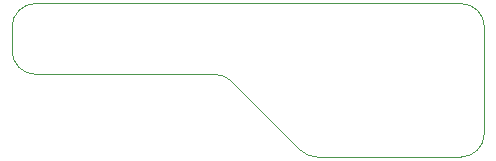
<source format=gko>
*
*
G04 PADS9.1 Build Number: 384028 generated Gerber (RS-274-X) file*
G04 PC Version=2.1*
*
%IN "PSDR_Encoder.pcb"*%
*
%MOIN*%
*
%FSLAX35Y35*%
*
*
*
*
G04 PC Standard Apertures*
*
*
G04 Thermal Relief Aperture macro.*
%AMTER*
1,1,$1,0,0*
1,0,$1-$2,0,0*
21,0,$3,$4,0,0,45*
21,0,$3,$4,0,0,135*
%
*
*
G04 Annular Aperture macro.*
%AMANN*
1,1,$1,0,0*
1,0,$2,0,0*
%
*
*
G04 Odd Aperture macro.*
%AMODD*
1,1,$1,0,0*
1,0,$1-0.005,0,0*
%
*
*
G04 PC Custom Aperture Macros*
*
*
*
*
*
*
G04 PC Aperture Table*
*
%ADD042C,0.001*%
*
*
*
*
G04 PC Circuitry*
G04 Layer Name PSDR_Encoder.pcb - circuitry*
%LPD*%
*
*
G04 PC Custom Flashes*
G04 Layer Name PSDR_Encoder.pcb - flashes*
%LPD*%
*
*
G04 PC Circuitry*
G04 Layer Name PSDR_Encoder.pcb - circuitry*
%LPD*%
*
G54D42*
G01X344094Y355906D02*
G75*
G03X336220Y348031I0J-7875D01*
G01Y340157*
G03X344094Y332283I7874J0*
G01X403825*
X409393Y329977D02*
G03X403825Y332283I-5568J-5568D01*
G01X409393Y329977D02*
X432339Y307031D01*
G03X437907Y304724I5568J5567*
G01X485827*
G03X493701Y312598I-0J7874*
G01Y348031*
G03X485827Y355906I-7874J0*
G01X344094*
G74*
X0Y0D02*
M02*

</source>
